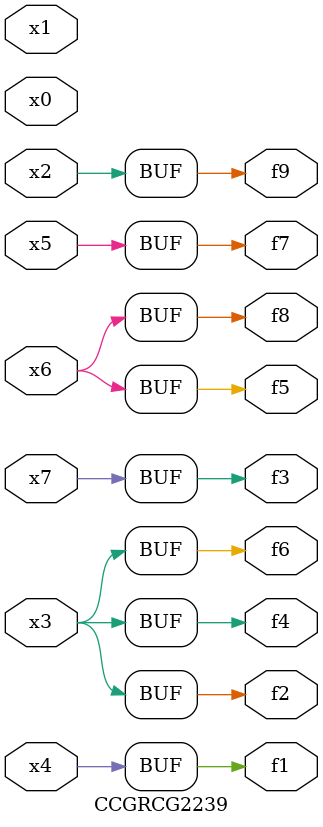
<source format=v>
module CCGRCG2239(
	input x0, x1, x2, x3, x4, x5, x6, x7,
	output f1, f2, f3, f4, f5, f6, f7, f8, f9
);
	assign f1 = x4;
	assign f2 = x3;
	assign f3 = x7;
	assign f4 = x3;
	assign f5 = x6;
	assign f6 = x3;
	assign f7 = x5;
	assign f8 = x6;
	assign f9 = x2;
endmodule

</source>
